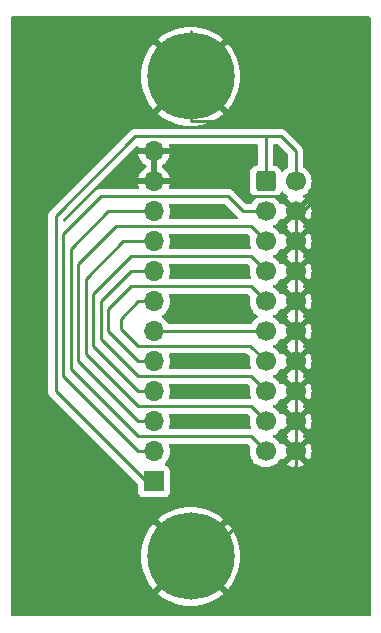
<source format=gbr>
%TF.GenerationSoftware,KiCad,Pcbnew,7.0.8*%
%TF.CreationDate,2023-10-01T20:09:57-07:00*%
%TF.ProjectId,jtag-breakout,6a746167-2d62-4726-9561-6b6f75742e6b,rev?*%
%TF.SameCoordinates,Original*%
%TF.FileFunction,Copper,L2,Bot*%
%TF.FilePolarity,Positive*%
%FSLAX46Y46*%
G04 Gerber Fmt 4.6, Leading zero omitted, Abs format (unit mm)*
G04 Created by KiCad (PCBNEW 7.0.8) date 2023-10-01 20:09:57*
%MOMM*%
%LPD*%
G01*
G04 APERTURE LIST*
G04 Aperture macros list*
%AMRoundRect*
0 Rectangle with rounded corners*
0 $1 Rounding radius*
0 $2 $3 $4 $5 $6 $7 $8 $9 X,Y pos of 4 corners*
0 Add a 4 corners polygon primitive as box body*
4,1,4,$2,$3,$4,$5,$6,$7,$8,$9,$2,$3,0*
0 Add four circle primitives for the rounded corners*
1,1,$1+$1,$2,$3*
1,1,$1+$1,$4,$5*
1,1,$1+$1,$6,$7*
1,1,$1+$1,$8,$9*
0 Add four rect primitives between the rounded corners*
20,1,$1+$1,$2,$3,$4,$5,0*
20,1,$1+$1,$4,$5,$6,$7,0*
20,1,$1+$1,$6,$7,$8,$9,0*
20,1,$1+$1,$8,$9,$2,$3,0*%
G04 Aperture macros list end*
%TA.AperFunction,ComponentPad*%
%ADD10C,1.700000*%
%TD*%
%TA.AperFunction,ComponentPad*%
%ADD11RoundRect,0.250000X-0.600000X-0.600000X0.600000X-0.600000X0.600000X0.600000X-0.600000X0.600000X0*%
%TD*%
%TA.AperFunction,ComponentPad*%
%ADD12R,1.700000X1.700000*%
%TD*%
%TA.AperFunction,ComponentPad*%
%ADD13O,1.700000X1.700000*%
%TD*%
%TA.AperFunction,ComponentPad*%
%ADD14C,7.400000*%
%TD*%
%TA.AperFunction,ViaPad*%
%ADD15C,0.800000*%
%TD*%
%TA.AperFunction,Conductor*%
%ADD16C,0.250000*%
%TD*%
G04 APERTURE END LIST*
D10*
%TO.P,J1,20,GND*%
%TO.N,GND*%
X133350000Y-96520000D03*
%TO.P,J1,19,DBGACK/NC*%
%TO.N,Net-(J1-DBGACK{slash}NC)*%
X130810000Y-96520000D03*
%TO.P,J1,18,GND*%
%TO.N,GND*%
X133350000Y-93980000D03*
%TO.P,J1,17,DBGRQ/NC*%
%TO.N,Net-(J1-DBGRQ{slash}NC)*%
X130810000Y-93980000D03*
%TO.P,J1,16,GND*%
%TO.N,GND*%
X133350000Y-91440000D03*
%TO.P,J1,15,~{SRST}*%
%TO.N,Net-(J1-~{SRST})*%
X130810000Y-91440000D03*
%TO.P,J1,14,GND*%
%TO.N,GND*%
X133350000Y-88900000D03*
%TO.P,J1,13,TDO/SWO*%
%TO.N,Net-(J1-TDO{slash}SWO)*%
X130810000Y-88900000D03*
%TO.P,J1,12,GND*%
%TO.N,GND*%
X133350000Y-86360000D03*
%TO.P,J1,11,RTCK*%
%TO.N,Net-(J1-RTCK)*%
X130810000Y-86360000D03*
%TO.P,J1,10,GND*%
%TO.N,GND*%
X133350000Y-83820000D03*
%TO.P,J1,9,TCK/SWDCLK*%
%TO.N,Net-(J1-TCK{slash}SWDCLK)*%
X130810000Y-83820000D03*
%TO.P,J1,8,GND*%
%TO.N,GND*%
X133350000Y-81280000D03*
%TO.P,J1,7,TMS/SWDIO*%
%TO.N,Net-(J1-TMS{slash}SWDIO)*%
X130810000Y-81280000D03*
%TO.P,J1,6,GND*%
%TO.N,GND*%
X133350000Y-78740000D03*
%TO.P,J1,5,TDI*%
%TO.N,Net-(J1-TDI)*%
X130810000Y-78740000D03*
%TO.P,J1,4,GND*%
%TO.N,GND*%
X133350000Y-76200000D03*
%TO.P,J1,3,~{TRST}*%
%TO.N,Net-(J1-~{TRST})*%
X130810000Y-76200000D03*
%TO.P,J1,2,VCC/NC*%
%TO.N,+3V3*%
X133350000Y-73660000D03*
D11*
%TO.P,J1,1,VTREF*%
X130810000Y-73660000D03*
%TD*%
D12*
%TO.P,J2,1,Pin_1*%
%TO.N,+3V3*%
X121375000Y-99060000D03*
D13*
%TO.P,J2,2,Pin_2*%
%TO.N,Net-(J1-~{TRST})*%
X121375000Y-96520000D03*
%TO.P,J2,3,Pin_3*%
%TO.N,Net-(J1-TDI)*%
X121375000Y-93980000D03*
%TO.P,J2,4,Pin_4*%
%TO.N,Net-(J1-TMS{slash}SWDIO)*%
X121375000Y-91440000D03*
%TO.P,J2,5,Pin_5*%
%TO.N,Net-(J1-TCK{slash}SWDCLK)*%
X121375000Y-88900000D03*
%TO.P,J2,6,Pin_6*%
%TO.N,Net-(J1-RTCK)*%
X121375000Y-86360000D03*
%TO.P,J2,7,Pin_7*%
%TO.N,Net-(J1-TDO{slash}SWO)*%
X121375000Y-83820000D03*
%TO.P,J2,8,Pin_8*%
%TO.N,Net-(J1-~{SRST})*%
X121375000Y-81280000D03*
%TO.P,J2,9,Pin_9*%
%TO.N,Net-(J1-DBGRQ{slash}NC)*%
X121375000Y-78740000D03*
%TO.P,J2,10,Pin_10*%
%TO.N,Net-(J1-DBGACK{slash}NC)*%
X121375000Y-76200000D03*
%TO.P,J2,11,Pin_11*%
%TO.N,GND*%
X121375000Y-73660000D03*
%TO.P,J2,12,Pin_12*%
X121375000Y-71120000D03*
%TD*%
D14*
%TO.P,H2,1,1*%
%TO.N,GND*%
X124460000Y-105410000D03*
%TD*%
%TO.P,H1,1,1*%
%TO.N,GND*%
X124460000Y-64770000D03*
%TD*%
D15*
%TO.N,GND*%
X132080000Y-71755000D03*
X128270000Y-93980000D03*
X128270000Y-91440000D03*
X128270000Y-88900000D03*
X123825000Y-76200000D03*
X128270000Y-78740000D03*
X128270000Y-81280000D03*
X128270000Y-84455000D03*
%TD*%
D16*
%TO.N,Net-(J1-~{TRST})*%
X130810000Y-76200000D02*
X128905000Y-76200000D01*
X116840000Y-74930000D02*
X113665000Y-78105000D01*
X128905000Y-76200000D02*
X127635000Y-74930000D01*
X127635000Y-74930000D02*
X116840000Y-74930000D01*
X113665000Y-78105000D02*
X113665000Y-90170000D01*
X113665000Y-90170000D02*
X120015000Y-96520000D01*
X120015000Y-96520000D02*
X121375000Y-96520000D01*
%TO.N,GND*%
X124460000Y-73660000D02*
X128270000Y-73660000D01*
X128270000Y-73660000D02*
X129540000Y-74930000D01*
X129540000Y-74930000D02*
X132080000Y-74930000D01*
X132080000Y-74930000D02*
X133350000Y-76200000D01*
%TO.N,Net-(J1-~{SRST})*%
X130810000Y-91440000D02*
X129540000Y-90170000D01*
X120015000Y-90170000D02*
X116840000Y-86995000D01*
X129540000Y-90170000D02*
X120015000Y-90170000D01*
X116840000Y-86995000D02*
X116840000Y-83820000D01*
X116840000Y-83820000D02*
X119380000Y-81280000D01*
X119380000Y-81280000D02*
X121375000Y-81280000D01*
%TO.N,Net-(J1-DBGRQ{slash}NC)*%
X120650000Y-78740000D02*
X118745000Y-78740000D01*
X118745000Y-78740000D02*
X115570000Y-81915000D01*
X115570000Y-81915000D02*
X115570000Y-88265000D01*
X129540000Y-92710000D02*
X130810000Y-93980000D01*
X115570000Y-88265000D02*
X120015000Y-92710000D01*
X120015000Y-92710000D02*
X129540000Y-92710000D01*
%TO.N,Net-(J1-TCK{slash}SWDCLK)*%
X121375000Y-88900000D02*
X120016396Y-88900000D01*
X117475000Y-86358604D02*
X117475000Y-84455000D01*
X119380000Y-82550000D02*
X129540000Y-82550000D01*
X117475000Y-84455000D02*
X119380000Y-82550000D01*
X120016396Y-88900000D02*
X117475000Y-86358604D01*
X129540000Y-82550000D02*
X130810000Y-83820000D01*
%TO.N,Net-(J1-TDO{slash}SWO)*%
X130810000Y-88900000D02*
X129494302Y-87584302D01*
X118560000Y-86175000D02*
X118560000Y-85275000D01*
X118560000Y-85275000D02*
X120015000Y-83820000D01*
X119969302Y-87584302D02*
X118560000Y-86175000D01*
X129494302Y-87584302D02*
X119969302Y-87584302D01*
X120015000Y-83820000D02*
X121375000Y-83820000D01*
%TO.N,+3V3*%
X121375000Y-99060000D02*
X120650000Y-99060000D01*
X119794000Y-69850000D02*
X130810000Y-69850000D01*
X120650000Y-99060000D02*
X113030000Y-91440000D01*
X113030000Y-91440000D02*
X113030000Y-76614000D01*
X113030000Y-76614000D02*
X119794000Y-69850000D01*
%TO.N,Net-(J1-DBGACK{slash}NC)*%
X121375000Y-76200000D02*
X117475000Y-76200000D01*
X120015000Y-95250000D02*
X129540000Y-95250000D01*
X129540000Y-95250000D02*
X130810000Y-96520000D01*
X117475000Y-76200000D02*
X114300000Y-79375000D01*
X114300000Y-79375000D02*
X114300000Y-89535000D01*
X114300000Y-89535000D02*
X120015000Y-95250000D01*
%TO.N,Net-(J1-TDI)*%
X130810000Y-78740000D02*
X129540000Y-77470000D01*
X129540000Y-77470000D02*
X118110000Y-77470000D01*
X114935000Y-80645000D02*
X114935000Y-88900000D01*
X114935000Y-88900000D02*
X120015000Y-93980000D01*
X118110000Y-77470000D02*
X114935000Y-80645000D01*
X120015000Y-93980000D02*
X121375000Y-93980000D01*
%TO.N,Net-(J1-TMS{slash}SWDIO)*%
X121375000Y-91440000D02*
X120015000Y-91440000D01*
X116205000Y-83185000D02*
X119380000Y-80010000D01*
X120015000Y-91440000D02*
X116205000Y-87630000D01*
X116205000Y-87630000D02*
X116205000Y-83185000D01*
X119380000Y-80010000D02*
X129540000Y-80010000D01*
X129540000Y-80010000D02*
X130810000Y-81280000D01*
%TO.N,Net-(J1-RTCK)*%
X130810000Y-86360000D02*
X121375000Y-86360000D01*
%TO.N,GND*%
X124460000Y-72390000D02*
X123190000Y-71120000D01*
X124460000Y-73660000D02*
X124460000Y-72390000D01*
X123190000Y-71120000D02*
X121375000Y-71120000D01*
X121375000Y-73660000D02*
X124460000Y-73660000D01*
X121375000Y-71120000D02*
X122324000Y-71120000D01*
%TO.N,+3V3*%
X130810000Y-69850000D02*
X132080000Y-69850000D01*
X132080000Y-69850000D02*
X133350000Y-71120000D01*
X133350000Y-71120000D02*
X133350000Y-73660000D01*
X130810000Y-69850000D02*
X130810000Y-73660000D01*
%TO.N,GND*%
X124460000Y-106680000D02*
X133350000Y-97790000D01*
X135255000Y-69215000D02*
X134620000Y-68580000D01*
X124460000Y-68580000D02*
X124460000Y-60960000D01*
X133350000Y-97790000D02*
X133350000Y-76200000D01*
X133350000Y-76200000D02*
X133985000Y-76200000D01*
X135255000Y-74930000D02*
X135255000Y-69215000D01*
X133985000Y-76200000D02*
X135255000Y-74930000D01*
X134620000Y-68580000D02*
X124460000Y-68580000D01*
%TD*%
%TA.AperFunction,Conductor*%
%TO.N,GND*%
G36*
X132890507Y-94189844D02*
G01*
X132968239Y-94310798D01*
X133076900Y-94404952D01*
X133207685Y-94464680D01*
X133217466Y-94466086D01*
X132588625Y-95094925D01*
X132665031Y-95148425D01*
X132708655Y-95203002D01*
X132715848Y-95272501D01*
X132684326Y-95334855D01*
X132665029Y-95351576D01*
X132588625Y-95405072D01*
X133217466Y-96033913D01*
X133207685Y-96035320D01*
X133076900Y-96095048D01*
X132968239Y-96189202D01*
X132890507Y-96310156D01*
X132866923Y-96390476D01*
X132235073Y-95758626D01*
X132181881Y-95834594D01*
X132127304Y-95878219D01*
X132057806Y-95885413D01*
X131995451Y-95853891D01*
X131978730Y-95834594D01*
X131848494Y-95648597D01*
X131681402Y-95481506D01*
X131681396Y-95481501D01*
X131495842Y-95351575D01*
X131452217Y-95296998D01*
X131445023Y-95227500D01*
X131476546Y-95165145D01*
X131495842Y-95148425D01*
X131572248Y-95094925D01*
X131681401Y-95018495D01*
X131848495Y-94851401D01*
X131978732Y-94665403D01*
X132033307Y-94621780D01*
X132102805Y-94614586D01*
X132165160Y-94646109D01*
X132181880Y-94665405D01*
X132235073Y-94741373D01*
X132866923Y-94109523D01*
X132890507Y-94189844D01*
G37*
%TD.AperFunction*%
%TA.AperFunction,Conductor*%
G36*
X129296587Y-93355185D02*
G01*
X129317229Y-93371819D01*
X129469762Y-93524352D01*
X129503247Y-93585675D01*
X129501856Y-93644126D01*
X129474938Y-93744586D01*
X129474936Y-93744596D01*
X129454341Y-93979999D01*
X129454341Y-93980000D01*
X129474936Y-94215403D01*
X129474938Y-94215413D01*
X129536094Y-94443655D01*
X129536099Y-94443669D01*
X129538163Y-94448094D01*
X129548656Y-94517171D01*
X129520137Y-94580955D01*
X129461661Y-94619196D01*
X129425782Y-94624500D01*
X122759218Y-94624500D01*
X122692179Y-94604815D01*
X122646424Y-94552011D01*
X122636480Y-94482853D01*
X122646837Y-94448094D01*
X122648900Y-94443669D01*
X122648903Y-94443663D01*
X122710063Y-94215408D01*
X122730659Y-93980000D01*
X122710063Y-93744592D01*
X122648903Y-93516337D01*
X122646837Y-93511906D01*
X122636344Y-93442829D01*
X122664863Y-93379045D01*
X122723339Y-93340804D01*
X122759218Y-93335500D01*
X129229548Y-93335500D01*
X129296587Y-93355185D01*
G37*
%TD.AperFunction*%
%TA.AperFunction,Conductor*%
G36*
X132890507Y-91649844D02*
G01*
X132968239Y-91770798D01*
X133076900Y-91864952D01*
X133207685Y-91924680D01*
X133217466Y-91926086D01*
X132588625Y-92554925D01*
X132665031Y-92608425D01*
X132708655Y-92663002D01*
X132715848Y-92732501D01*
X132684326Y-92794855D01*
X132665029Y-92811576D01*
X132588625Y-92865072D01*
X133217466Y-93493913D01*
X133207685Y-93495320D01*
X133076900Y-93555048D01*
X132968239Y-93649202D01*
X132890507Y-93770156D01*
X132866923Y-93850476D01*
X132235073Y-93218626D01*
X132181881Y-93294594D01*
X132127304Y-93338219D01*
X132057806Y-93345413D01*
X131995451Y-93313891D01*
X131978730Y-93294594D01*
X131848494Y-93108597D01*
X131681402Y-92941506D01*
X131681396Y-92941501D01*
X131495842Y-92811575D01*
X131452217Y-92756998D01*
X131445023Y-92687500D01*
X131476546Y-92625145D01*
X131495842Y-92608425D01*
X131572248Y-92554925D01*
X131681401Y-92478495D01*
X131848495Y-92311401D01*
X131978732Y-92125403D01*
X132033307Y-92081780D01*
X132102805Y-92074586D01*
X132165160Y-92106109D01*
X132181880Y-92125405D01*
X132235073Y-92201373D01*
X132866923Y-91569523D01*
X132890507Y-91649844D01*
G37*
%TD.AperFunction*%
%TA.AperFunction,Conductor*%
G36*
X129296587Y-90815185D02*
G01*
X129317229Y-90831819D01*
X129469762Y-90984352D01*
X129503247Y-91045675D01*
X129501856Y-91104126D01*
X129474938Y-91204586D01*
X129474936Y-91204596D01*
X129454341Y-91439999D01*
X129454341Y-91440000D01*
X129474936Y-91675403D01*
X129474938Y-91675413D01*
X129536094Y-91903655D01*
X129536099Y-91903669D01*
X129538163Y-91908094D01*
X129548656Y-91977171D01*
X129520137Y-92040955D01*
X129461661Y-92079196D01*
X129425782Y-92084500D01*
X122759218Y-92084500D01*
X122692179Y-92064815D01*
X122646424Y-92012011D01*
X122636480Y-91942853D01*
X122646837Y-91908094D01*
X122648900Y-91903669D01*
X122648903Y-91903663D01*
X122710063Y-91675408D01*
X122730659Y-91440000D01*
X122710063Y-91204592D01*
X122648903Y-90976337D01*
X122646837Y-90971906D01*
X122636344Y-90902829D01*
X122664863Y-90839045D01*
X122723339Y-90800804D01*
X122759218Y-90795500D01*
X129229548Y-90795500D01*
X129296587Y-90815185D01*
G37*
%TD.AperFunction*%
%TA.AperFunction,Conductor*%
G36*
X132890507Y-89109844D02*
G01*
X132968239Y-89230798D01*
X133076900Y-89324952D01*
X133207685Y-89384680D01*
X133217466Y-89386086D01*
X132588625Y-90014925D01*
X132665031Y-90068425D01*
X132708655Y-90123002D01*
X132715848Y-90192501D01*
X132684326Y-90254855D01*
X132665029Y-90271576D01*
X132588625Y-90325072D01*
X133217466Y-90953913D01*
X133207685Y-90955320D01*
X133076900Y-91015048D01*
X132968239Y-91109202D01*
X132890507Y-91230156D01*
X132866923Y-91310476D01*
X132235073Y-90678626D01*
X132181881Y-90754594D01*
X132127304Y-90798219D01*
X132057806Y-90805413D01*
X131995451Y-90773891D01*
X131978730Y-90754594D01*
X131848494Y-90568597D01*
X131681402Y-90401506D01*
X131681396Y-90401501D01*
X131495842Y-90271575D01*
X131452217Y-90216998D01*
X131445023Y-90147500D01*
X131476546Y-90085145D01*
X131495842Y-90068425D01*
X131572248Y-90014925D01*
X131681401Y-89938495D01*
X131848495Y-89771401D01*
X131978732Y-89585403D01*
X132033307Y-89541780D01*
X132102805Y-89534586D01*
X132165160Y-89566109D01*
X132181880Y-89585405D01*
X132235073Y-89661373D01*
X132866923Y-89029523D01*
X132890507Y-89109844D01*
G37*
%TD.AperFunction*%
%TA.AperFunction,Conductor*%
G36*
X129250889Y-88229487D02*
G01*
X129271531Y-88246121D01*
X129469762Y-88444352D01*
X129503247Y-88505675D01*
X129501856Y-88564126D01*
X129474938Y-88664586D01*
X129474936Y-88664596D01*
X129454341Y-88899999D01*
X129454341Y-88900000D01*
X129474936Y-89135403D01*
X129474938Y-89135413D01*
X129536094Y-89363655D01*
X129536099Y-89363669D01*
X129538163Y-89368094D01*
X129548656Y-89437171D01*
X129520137Y-89500955D01*
X129461661Y-89539196D01*
X129425782Y-89544500D01*
X122759218Y-89544500D01*
X122692179Y-89524815D01*
X122646424Y-89472011D01*
X122636480Y-89402853D01*
X122646837Y-89368094D01*
X122648900Y-89363669D01*
X122648903Y-89363663D01*
X122710063Y-89135408D01*
X122730659Y-88900000D01*
X122710063Y-88664592D01*
X122648903Y-88436337D01*
X122631959Y-88400000D01*
X122625527Y-88386206D01*
X122615035Y-88317129D01*
X122643555Y-88253345D01*
X122702032Y-88215106D01*
X122737909Y-88209802D01*
X129183850Y-88209802D01*
X129250889Y-88229487D01*
G37*
%TD.AperFunction*%
%TA.AperFunction,Conductor*%
G36*
X132890507Y-86569844D02*
G01*
X132968239Y-86690798D01*
X133076900Y-86784952D01*
X133207685Y-86844680D01*
X133217466Y-86846086D01*
X132588625Y-87474925D01*
X132665031Y-87528425D01*
X132708655Y-87583002D01*
X132715848Y-87652501D01*
X132684326Y-87714855D01*
X132665029Y-87731576D01*
X132588625Y-87785072D01*
X133217466Y-88413913D01*
X133207685Y-88415320D01*
X133076900Y-88475048D01*
X132968239Y-88569202D01*
X132890507Y-88690156D01*
X132866923Y-88770476D01*
X132235073Y-88138626D01*
X132181881Y-88214594D01*
X132127304Y-88258219D01*
X132057806Y-88265413D01*
X131995451Y-88233891D01*
X131978730Y-88214594D01*
X131848494Y-88028597D01*
X131681402Y-87861506D01*
X131681396Y-87861501D01*
X131495842Y-87731575D01*
X131452217Y-87676998D01*
X131445023Y-87607500D01*
X131476546Y-87545145D01*
X131495842Y-87528425D01*
X131572248Y-87474925D01*
X131681401Y-87398495D01*
X131848495Y-87231401D01*
X131978732Y-87045403D01*
X132033307Y-87001780D01*
X132102805Y-86994586D01*
X132165160Y-87026109D01*
X132181880Y-87045405D01*
X132235073Y-87121373D01*
X132866923Y-86489523D01*
X132890507Y-86569844D01*
G37*
%TD.AperFunction*%
%TA.AperFunction,Conductor*%
G36*
X132890507Y-84029844D02*
G01*
X132968239Y-84150798D01*
X133076900Y-84244952D01*
X133207685Y-84304680D01*
X133217466Y-84306086D01*
X132588625Y-84934925D01*
X132665031Y-84988425D01*
X132708655Y-85043002D01*
X132715848Y-85112501D01*
X132684326Y-85174855D01*
X132665029Y-85191576D01*
X132588625Y-85245072D01*
X133217466Y-85873913D01*
X133207685Y-85875320D01*
X133076900Y-85935048D01*
X132968239Y-86029202D01*
X132890507Y-86150156D01*
X132866923Y-86230476D01*
X132235073Y-85598626D01*
X132181881Y-85674594D01*
X132127304Y-85718219D01*
X132057806Y-85725413D01*
X131995451Y-85693891D01*
X131978730Y-85674594D01*
X131848494Y-85488597D01*
X131681402Y-85321506D01*
X131681396Y-85321501D01*
X131495842Y-85191575D01*
X131452217Y-85136998D01*
X131445023Y-85067500D01*
X131476546Y-85005145D01*
X131495842Y-84988425D01*
X131572248Y-84934925D01*
X131681401Y-84858495D01*
X131848495Y-84691401D01*
X131978732Y-84505403D01*
X132033307Y-84461780D01*
X132102805Y-84454586D01*
X132165160Y-84486109D01*
X132181880Y-84505405D01*
X132235073Y-84581373D01*
X132866923Y-83949523D01*
X132890507Y-84029844D01*
G37*
%TD.AperFunction*%
%TA.AperFunction,Conductor*%
G36*
X129296587Y-83195185D02*
G01*
X129317229Y-83211819D01*
X129469762Y-83364352D01*
X129503247Y-83425675D01*
X129501856Y-83484126D01*
X129474938Y-83584586D01*
X129474936Y-83584596D01*
X129454341Y-83819999D01*
X129454341Y-83820000D01*
X129474936Y-84055403D01*
X129474938Y-84055413D01*
X129536094Y-84283655D01*
X129536096Y-84283659D01*
X129536097Y-84283663D01*
X129615800Y-84454586D01*
X129635965Y-84497830D01*
X129635967Y-84497834D01*
X129729290Y-84631112D01*
X129771501Y-84691396D01*
X129771506Y-84691402D01*
X129938597Y-84858493D01*
X129938603Y-84858498D01*
X130124158Y-84988425D01*
X130167783Y-85043002D01*
X130174977Y-85112500D01*
X130143454Y-85174855D01*
X130124158Y-85191575D01*
X129938597Y-85321505D01*
X129771505Y-85488597D01*
X129636348Y-85681623D01*
X129581771Y-85725248D01*
X129534773Y-85734500D01*
X122650227Y-85734500D01*
X122583188Y-85714815D01*
X122548652Y-85681623D01*
X122413494Y-85488597D01*
X122246402Y-85321506D01*
X122246396Y-85321501D01*
X122060842Y-85191575D01*
X122017217Y-85136998D01*
X122010023Y-85067500D01*
X122041546Y-85005145D01*
X122060842Y-84988425D01*
X122137248Y-84934925D01*
X122246401Y-84858495D01*
X122413495Y-84691401D01*
X122549035Y-84497830D01*
X122648903Y-84283663D01*
X122710063Y-84055408D01*
X122730659Y-83820000D01*
X122710063Y-83584592D01*
X122648903Y-83356337D01*
X122646837Y-83351906D01*
X122636344Y-83282829D01*
X122664863Y-83219045D01*
X122723339Y-83180804D01*
X122759218Y-83175500D01*
X129229548Y-83175500D01*
X129296587Y-83195185D01*
G37*
%TD.AperFunction*%
%TA.AperFunction,Conductor*%
G36*
X132890507Y-81489844D02*
G01*
X132968239Y-81610798D01*
X133076900Y-81704952D01*
X133207685Y-81764680D01*
X133217466Y-81766086D01*
X132588625Y-82394925D01*
X132665031Y-82448425D01*
X132708655Y-82503002D01*
X132715848Y-82572501D01*
X132684326Y-82634855D01*
X132665029Y-82651576D01*
X132588625Y-82705072D01*
X133217466Y-83333913D01*
X133207685Y-83335320D01*
X133076900Y-83395048D01*
X132968239Y-83489202D01*
X132890507Y-83610156D01*
X132866923Y-83690476D01*
X132235073Y-83058626D01*
X132181881Y-83134594D01*
X132127304Y-83178219D01*
X132057806Y-83185413D01*
X131995451Y-83153891D01*
X131978730Y-83134594D01*
X131848494Y-82948597D01*
X131681402Y-82781506D01*
X131681396Y-82781501D01*
X131495842Y-82651575D01*
X131452217Y-82596998D01*
X131445023Y-82527500D01*
X131476546Y-82465145D01*
X131495842Y-82448425D01*
X131572248Y-82394925D01*
X131681401Y-82318495D01*
X131848495Y-82151401D01*
X131978732Y-81965403D01*
X132033307Y-81921780D01*
X132102805Y-81914586D01*
X132165160Y-81946109D01*
X132181880Y-81965405D01*
X132235073Y-82041373D01*
X132866923Y-81409523D01*
X132890507Y-81489844D01*
G37*
%TD.AperFunction*%
%TA.AperFunction,Conductor*%
G36*
X129296587Y-80655185D02*
G01*
X129317229Y-80671819D01*
X129469762Y-80824352D01*
X129503247Y-80885675D01*
X129501856Y-80944126D01*
X129474938Y-81044586D01*
X129474936Y-81044596D01*
X129454341Y-81279999D01*
X129454341Y-81280000D01*
X129474936Y-81515403D01*
X129474938Y-81515413D01*
X129536094Y-81743655D01*
X129536099Y-81743669D01*
X129538163Y-81748094D01*
X129548656Y-81817171D01*
X129520137Y-81880955D01*
X129461661Y-81919196D01*
X129425782Y-81924500D01*
X122759218Y-81924500D01*
X122692179Y-81904815D01*
X122646424Y-81852011D01*
X122636480Y-81782853D01*
X122646837Y-81748094D01*
X122648900Y-81743669D01*
X122648903Y-81743663D01*
X122710063Y-81515408D01*
X122730659Y-81280000D01*
X122710063Y-81044592D01*
X122648903Y-80816337D01*
X122646837Y-80811906D01*
X122636344Y-80742829D01*
X122664863Y-80679045D01*
X122723339Y-80640804D01*
X122759218Y-80635500D01*
X129229548Y-80635500D01*
X129296587Y-80655185D01*
G37*
%TD.AperFunction*%
%TA.AperFunction,Conductor*%
G36*
X132890507Y-78949844D02*
G01*
X132968239Y-79070798D01*
X133076900Y-79164952D01*
X133207685Y-79224680D01*
X133217466Y-79226086D01*
X132588625Y-79854925D01*
X132665031Y-79908425D01*
X132708655Y-79963002D01*
X132715848Y-80032501D01*
X132684326Y-80094855D01*
X132665029Y-80111576D01*
X132588625Y-80165072D01*
X133217466Y-80793913D01*
X133207685Y-80795320D01*
X133076900Y-80855048D01*
X132968239Y-80949202D01*
X132890507Y-81070156D01*
X132866923Y-81150476D01*
X132235073Y-80518626D01*
X132181881Y-80594594D01*
X132127304Y-80638219D01*
X132057806Y-80645413D01*
X131995451Y-80613891D01*
X131978730Y-80594594D01*
X131848494Y-80408597D01*
X131681402Y-80241506D01*
X131681396Y-80241501D01*
X131495842Y-80111575D01*
X131452217Y-80056998D01*
X131445023Y-79987500D01*
X131476546Y-79925145D01*
X131495842Y-79908425D01*
X131572248Y-79854925D01*
X131681401Y-79778495D01*
X131848495Y-79611401D01*
X131978732Y-79425403D01*
X132033307Y-79381780D01*
X132102805Y-79374586D01*
X132165160Y-79406109D01*
X132181880Y-79425405D01*
X132235073Y-79501373D01*
X132866923Y-78869523D01*
X132890507Y-78949844D01*
G37*
%TD.AperFunction*%
%TA.AperFunction,Conductor*%
G36*
X129296587Y-78115185D02*
G01*
X129317229Y-78131819D01*
X129469762Y-78284352D01*
X129503247Y-78345675D01*
X129501856Y-78404126D01*
X129474938Y-78504586D01*
X129474936Y-78504596D01*
X129454341Y-78739999D01*
X129454341Y-78740000D01*
X129474936Y-78975403D01*
X129474938Y-78975413D01*
X129536094Y-79203655D01*
X129536099Y-79203669D01*
X129538163Y-79208094D01*
X129548656Y-79277171D01*
X129520137Y-79340955D01*
X129461661Y-79379196D01*
X129425782Y-79384500D01*
X122759218Y-79384500D01*
X122692179Y-79364815D01*
X122646424Y-79312011D01*
X122636480Y-79242853D01*
X122646837Y-79208094D01*
X122648900Y-79203669D01*
X122648903Y-79203663D01*
X122710063Y-78975408D01*
X122730659Y-78740000D01*
X122710063Y-78504592D01*
X122648903Y-78276337D01*
X122646837Y-78271906D01*
X122636344Y-78202829D01*
X122664863Y-78139045D01*
X122723339Y-78100804D01*
X122759218Y-78095500D01*
X129229548Y-78095500D01*
X129296587Y-78115185D01*
G37*
%TD.AperFunction*%
%TA.AperFunction,Conductor*%
G36*
X132890507Y-76409844D02*
G01*
X132968239Y-76530798D01*
X133076900Y-76624952D01*
X133207685Y-76684680D01*
X133217466Y-76686086D01*
X132588625Y-77314925D01*
X132665031Y-77368425D01*
X132708655Y-77423002D01*
X132715848Y-77492501D01*
X132684326Y-77554855D01*
X132665029Y-77571576D01*
X132588625Y-77625072D01*
X133217466Y-78253913D01*
X133207685Y-78255320D01*
X133076900Y-78315048D01*
X132968239Y-78409202D01*
X132890507Y-78530156D01*
X132866923Y-78610476D01*
X132235073Y-77978626D01*
X132181881Y-78054594D01*
X132127304Y-78098219D01*
X132057806Y-78105413D01*
X131995451Y-78073891D01*
X131978730Y-78054594D01*
X131848494Y-77868597D01*
X131681402Y-77701506D01*
X131681396Y-77701501D01*
X131495842Y-77571575D01*
X131452217Y-77516998D01*
X131445023Y-77447500D01*
X131476546Y-77385145D01*
X131495842Y-77368425D01*
X131572248Y-77314925D01*
X131681401Y-77238495D01*
X131848495Y-77071401D01*
X131978732Y-76885403D01*
X132033307Y-76841780D01*
X132102805Y-76834586D01*
X132165160Y-76866109D01*
X132181880Y-76885405D01*
X132235073Y-76961373D01*
X132866923Y-76329523D01*
X132890507Y-76409844D01*
G37*
%TD.AperFunction*%
%TA.AperFunction,Conductor*%
G36*
X119989351Y-70641752D02*
G01*
X120045284Y-70683624D01*
X120069701Y-70749088D01*
X120065792Y-70790027D01*
X120044363Y-70869999D01*
X120044364Y-70870000D01*
X120941314Y-70870000D01*
X120915507Y-70910156D01*
X120875000Y-71048111D01*
X120875000Y-71191889D01*
X120915507Y-71329844D01*
X120941314Y-71370000D01*
X120044364Y-71370000D01*
X120101567Y-71583486D01*
X120101570Y-71583492D01*
X120201399Y-71797578D01*
X120336894Y-71991082D01*
X120503917Y-72158105D01*
X120690031Y-72288425D01*
X120733656Y-72343003D01*
X120740848Y-72412501D01*
X120709326Y-72474856D01*
X120690031Y-72491575D01*
X120503922Y-72621890D01*
X120503920Y-72621891D01*
X120336891Y-72788920D01*
X120336886Y-72788926D01*
X120201400Y-72982420D01*
X120201399Y-72982422D01*
X120101570Y-73196507D01*
X120101567Y-73196513D01*
X120044364Y-73409999D01*
X120044364Y-73410000D01*
X120941314Y-73410000D01*
X120915507Y-73450156D01*
X120875000Y-73588111D01*
X120875000Y-73731889D01*
X120915507Y-73869844D01*
X120941314Y-73910000D01*
X120044364Y-73910000D01*
X120101567Y-74123486D01*
X120101571Y-74123497D01*
X120103716Y-74128096D01*
X120114208Y-74197173D01*
X120085688Y-74260957D01*
X120027211Y-74299196D01*
X119991334Y-74304500D01*
X116922738Y-74304500D01*
X116907121Y-74302776D01*
X116907094Y-74303062D01*
X116899332Y-74302327D01*
X116830204Y-74304500D01*
X116800650Y-74304500D01*
X116799929Y-74304590D01*
X116793757Y-74305369D01*
X116787945Y-74305826D01*
X116741373Y-74307290D01*
X116741372Y-74307290D01*
X116722129Y-74312881D01*
X116703079Y-74316825D01*
X116683211Y-74319334D01*
X116639884Y-74336488D01*
X116634358Y-74338379D01*
X116589614Y-74351379D01*
X116589610Y-74351381D01*
X116572366Y-74361579D01*
X116554905Y-74370133D01*
X116536274Y-74377510D01*
X116536262Y-74377517D01*
X116498570Y-74404902D01*
X116493687Y-74408109D01*
X116453580Y-74431829D01*
X116439414Y-74445995D01*
X116424622Y-74458629D01*
X116408409Y-74470408D01*
X116378711Y-74506308D01*
X116374778Y-74510631D01*
X113867181Y-77018228D01*
X113805858Y-77051713D01*
X113736166Y-77046729D01*
X113680233Y-77004857D01*
X113655816Y-76939393D01*
X113655500Y-76930547D01*
X113655500Y-76924452D01*
X113675185Y-76857413D01*
X113691819Y-76836771D01*
X114956262Y-75572328D01*
X116226542Y-74302047D01*
X116230903Y-74299666D01*
X116231244Y-74298791D01*
X116241752Y-74286837D01*
X119858338Y-70670251D01*
X119919659Y-70636768D01*
X119989351Y-70641752D01*
G37*
%TD.AperFunction*%
%TA.AperFunction,Conductor*%
G36*
X127391587Y-75575185D02*
G01*
X127412229Y-75591819D01*
X128404197Y-76583788D01*
X128414022Y-76596051D01*
X128414243Y-76595869D01*
X128419210Y-76601874D01*
X128449276Y-76630107D01*
X128484671Y-76690348D01*
X128481879Y-76760162D01*
X128441786Y-76817383D01*
X128377121Y-76843845D01*
X128364393Y-76844500D01*
X122759218Y-76844500D01*
X122692179Y-76824815D01*
X122646424Y-76772011D01*
X122636480Y-76702853D01*
X122646837Y-76668094D01*
X122648900Y-76663669D01*
X122648903Y-76663663D01*
X122710063Y-76435408D01*
X122730659Y-76200000D01*
X122710063Y-75964592D01*
X122648903Y-75736337D01*
X122646837Y-75731906D01*
X122636344Y-75662829D01*
X122664863Y-75599045D01*
X122723339Y-75560804D01*
X122759218Y-75555500D01*
X127324548Y-75555500D01*
X127391587Y-75575185D01*
G37*
%TD.AperFunction*%
%TA.AperFunction,Conductor*%
G36*
X132270720Y-74498779D02*
G01*
X132307483Y-74527766D01*
X132307677Y-74527573D01*
X132309313Y-74529209D01*
X132310354Y-74530030D01*
X132311501Y-74531397D01*
X132311505Y-74531401D01*
X132478599Y-74698495D01*
X132664594Y-74828730D01*
X132708218Y-74883307D01*
X132715411Y-74952806D01*
X132683889Y-75015160D01*
X132664593Y-75031880D01*
X132588626Y-75085072D01*
X132588625Y-75085072D01*
X133217466Y-75713913D01*
X133207685Y-75715320D01*
X133076900Y-75775048D01*
X132968239Y-75869202D01*
X132890507Y-75990156D01*
X132866923Y-76070476D01*
X132235073Y-75438626D01*
X132181881Y-75514594D01*
X132127304Y-75558219D01*
X132057806Y-75565413D01*
X131995451Y-75533891D01*
X131978730Y-75514594D01*
X131848494Y-75328597D01*
X131681398Y-75161501D01*
X131680030Y-75160354D01*
X131679592Y-75159696D01*
X131677573Y-75157677D01*
X131677978Y-75157271D01*
X131641330Y-75102182D01*
X131640224Y-75032321D01*
X131677063Y-74972952D01*
X131720737Y-74947662D01*
X131729334Y-74944814D01*
X131878656Y-74852712D01*
X132002712Y-74728656D01*
X132094814Y-74579334D01*
X132097662Y-74570738D01*
X132137429Y-74513294D01*
X132201944Y-74486468D01*
X132270720Y-74498779D01*
G37*
%TD.AperFunction*%
%TA.AperFunction,Conductor*%
G36*
X130127539Y-70495185D02*
G01*
X130173294Y-70547989D01*
X130184500Y-70599500D01*
X130184500Y-72195018D01*
X130164815Y-72262057D01*
X130112011Y-72307812D01*
X130073107Y-72318376D01*
X130057200Y-72320001D01*
X129890668Y-72375185D01*
X129890663Y-72375187D01*
X129741342Y-72467289D01*
X129617289Y-72591342D01*
X129525187Y-72740663D01*
X129525185Y-72740668D01*
X129508701Y-72790414D01*
X129470001Y-72907203D01*
X129470001Y-72907204D01*
X129470000Y-72907204D01*
X129459500Y-73009983D01*
X129459500Y-74310001D01*
X129459501Y-74310018D01*
X129470000Y-74412796D01*
X129470001Y-74412799D01*
X129509303Y-74531402D01*
X129525186Y-74579334D01*
X129617288Y-74728656D01*
X129741344Y-74852712D01*
X129890666Y-74944814D01*
X129899264Y-74947663D01*
X129956707Y-74987433D01*
X129983531Y-75051948D01*
X129971217Y-75120724D01*
X129942234Y-75157483D01*
X129942427Y-75157676D01*
X129940798Y-75159304D01*
X129939975Y-75160349D01*
X129938599Y-75161503D01*
X129771505Y-75328597D01*
X129636348Y-75521623D01*
X129581771Y-75565248D01*
X129534773Y-75574500D01*
X129215453Y-75574500D01*
X129148414Y-75554815D01*
X129127772Y-75538181D01*
X128135803Y-74546212D01*
X128125980Y-74533950D01*
X128125759Y-74534134D01*
X128120786Y-74528123D01*
X128102159Y-74510631D01*
X128070364Y-74480773D01*
X128059919Y-74470328D01*
X128049475Y-74459883D01*
X128043986Y-74455625D01*
X128039561Y-74451847D01*
X128005582Y-74419938D01*
X128005580Y-74419936D01*
X128005577Y-74419935D01*
X127988029Y-74410288D01*
X127971763Y-74399604D01*
X127955933Y-74387325D01*
X127913168Y-74368818D01*
X127907922Y-74366248D01*
X127867093Y-74343803D01*
X127867092Y-74343802D01*
X127847693Y-74338822D01*
X127829281Y-74332518D01*
X127810898Y-74324562D01*
X127810892Y-74324560D01*
X127764874Y-74317272D01*
X127759152Y-74316087D01*
X127714021Y-74304500D01*
X127714019Y-74304500D01*
X127693984Y-74304500D01*
X127674586Y-74302973D01*
X127667162Y-74301797D01*
X127654805Y-74299840D01*
X127654804Y-74299840D01*
X127608416Y-74304225D01*
X127602578Y-74304500D01*
X122758666Y-74304500D01*
X122691627Y-74284815D01*
X122645872Y-74232011D01*
X122635928Y-74162853D01*
X122646284Y-74128096D01*
X122648428Y-74123497D01*
X122648432Y-74123486D01*
X122705636Y-73910000D01*
X121808686Y-73910000D01*
X121834493Y-73869844D01*
X121875000Y-73731889D01*
X121875000Y-73588111D01*
X121834493Y-73450156D01*
X121808686Y-73410000D01*
X122705636Y-73410000D01*
X122705635Y-73409999D01*
X122648432Y-73196513D01*
X122648429Y-73196507D01*
X122548600Y-72982422D01*
X122548599Y-72982420D01*
X122413113Y-72788926D01*
X122413108Y-72788920D01*
X122246082Y-72621894D01*
X122059968Y-72491575D01*
X122016344Y-72436998D01*
X122009151Y-72367499D01*
X122040673Y-72305145D01*
X122059968Y-72288425D01*
X122246082Y-72158105D01*
X122413105Y-71991082D01*
X122548600Y-71797578D01*
X122648429Y-71583492D01*
X122648432Y-71583486D01*
X122705636Y-71370000D01*
X121808686Y-71370000D01*
X121834493Y-71329844D01*
X121875000Y-71191889D01*
X121875000Y-71048111D01*
X121834493Y-70910156D01*
X121808686Y-70870000D01*
X122705636Y-70870000D01*
X122705635Y-70869999D01*
X122648432Y-70656513D01*
X122648428Y-70656502D01*
X122646284Y-70651904D01*
X122635792Y-70582827D01*
X122664312Y-70519043D01*
X122722789Y-70480804D01*
X122758666Y-70475500D01*
X130060500Y-70475500D01*
X130127539Y-70495185D01*
G37*
%TD.AperFunction*%
%TA.AperFunction,Conductor*%
G36*
X121625000Y-73224498D02*
G01*
X121517315Y-73175320D01*
X121410763Y-73160000D01*
X121339237Y-73160000D01*
X121232685Y-73175320D01*
X121125000Y-73224498D01*
X121125000Y-71555501D01*
X121232685Y-71604680D01*
X121339237Y-71620000D01*
X121410763Y-71620000D01*
X121517315Y-71604680D01*
X121625000Y-71555501D01*
X121625000Y-73224498D01*
G37*
%TD.AperFunction*%
%TA.AperFunction,Conductor*%
G36*
X131836587Y-70495185D02*
G01*
X131857229Y-70511819D01*
X132688181Y-71342771D01*
X132721666Y-71404094D01*
X132724500Y-71430452D01*
X132724500Y-72384773D01*
X132704815Y-72451812D01*
X132671623Y-72486348D01*
X132478597Y-72621505D01*
X132311503Y-72788599D01*
X132310349Y-72789975D01*
X132309688Y-72790414D01*
X132307676Y-72792427D01*
X132307271Y-72792022D01*
X132252173Y-72828671D01*
X132182312Y-72829772D01*
X132122946Y-72792928D01*
X132097663Y-72749265D01*
X132094814Y-72740666D01*
X132002712Y-72591344D01*
X131878656Y-72467288D01*
X131744877Y-72384773D01*
X131729336Y-72375187D01*
X131729331Y-72375185D01*
X131706136Y-72367499D01*
X131562797Y-72320001D01*
X131558965Y-72319609D01*
X131546894Y-72318376D01*
X131482203Y-72291978D01*
X131442053Y-72234796D01*
X131435500Y-72195018D01*
X131435500Y-70599500D01*
X131455185Y-70532461D01*
X131507989Y-70486706D01*
X131559500Y-70475500D01*
X131769548Y-70475500D01*
X131836587Y-70495185D01*
G37*
%TD.AperFunction*%
%TA.AperFunction,Conductor*%
G36*
X139642539Y-59710185D02*
G01*
X139688294Y-59762989D01*
X139699500Y-59814500D01*
X139699500Y-110365500D01*
X139679815Y-110432539D01*
X139627011Y-110478294D01*
X139575500Y-110489500D01*
X109344500Y-110489500D01*
X109277461Y-110469815D01*
X109231706Y-110417011D01*
X109220500Y-110365500D01*
X109220500Y-105410000D01*
X120254935Y-105410000D01*
X120275185Y-105822176D01*
X120335735Y-106230373D01*
X120436007Y-106630676D01*
X120575019Y-107019189D01*
X120575027Y-107019209D01*
X120751466Y-107392257D01*
X120963614Y-107746206D01*
X121209441Y-108077664D01*
X121318478Y-108197967D01*
X122985790Y-106530655D01*
X123124616Y-106697472D01*
X123326305Y-106878185D01*
X123337777Y-106885774D01*
X121672031Y-108551520D01*
X121792335Y-108660558D01*
X122123793Y-108906385D01*
X122477742Y-109118533D01*
X122850790Y-109294972D01*
X122850810Y-109294980D01*
X123239323Y-109433992D01*
X123639626Y-109534264D01*
X124047823Y-109594814D01*
X124460000Y-109615064D01*
X124872176Y-109594814D01*
X125280373Y-109534264D01*
X125680676Y-109433992D01*
X126069189Y-109294980D01*
X126069209Y-109294972D01*
X126442257Y-109118533D01*
X126796206Y-108906385D01*
X127127670Y-108660554D01*
X127247967Y-108551521D01*
X127247967Y-108551519D01*
X125579410Y-106882963D01*
X125697842Y-106791514D01*
X125885800Y-106596560D01*
X125933474Y-106529922D01*
X127601519Y-108197967D01*
X127601521Y-108197967D01*
X127710554Y-108077670D01*
X127956385Y-107746206D01*
X128168533Y-107392257D01*
X128344972Y-107019209D01*
X128344980Y-107019189D01*
X128483992Y-106630676D01*
X128584264Y-106230373D01*
X128644814Y-105822176D01*
X128665064Y-105410000D01*
X128644814Y-104997823D01*
X128584264Y-104589626D01*
X128483992Y-104189323D01*
X128344980Y-103800810D01*
X128344972Y-103800790D01*
X128168533Y-103427742D01*
X127956385Y-103073793D01*
X127710558Y-102742335D01*
X127601520Y-102622031D01*
X125934208Y-104289343D01*
X125795384Y-104122528D01*
X125593695Y-103941815D01*
X125582221Y-103934223D01*
X127247967Y-102268478D01*
X127127664Y-102159441D01*
X126796206Y-101913614D01*
X126442257Y-101701466D01*
X126069209Y-101525027D01*
X126069189Y-101525019D01*
X125680676Y-101386007D01*
X125280373Y-101285735D01*
X124872176Y-101225185D01*
X124460000Y-101204935D01*
X124047823Y-101225185D01*
X123639626Y-101285735D01*
X123239323Y-101386007D01*
X122850810Y-101525019D01*
X122850790Y-101525027D01*
X122477742Y-101701466D01*
X122123793Y-101913614D01*
X121792329Y-102159445D01*
X121672031Y-102268477D01*
X121672031Y-102268478D01*
X123340589Y-103937036D01*
X123222158Y-104028486D01*
X123034200Y-104223440D01*
X122986524Y-104290077D01*
X121318478Y-102622031D01*
X121318477Y-102622031D01*
X121209445Y-102742329D01*
X120963614Y-103073793D01*
X120751466Y-103427742D01*
X120575027Y-103800790D01*
X120575019Y-103800810D01*
X120436007Y-104189323D01*
X120335735Y-104589626D01*
X120275185Y-104997823D01*
X120254935Y-105410000D01*
X109220500Y-105410000D01*
X109220500Y-76594195D01*
X112399840Y-76594195D01*
X112404225Y-76640583D01*
X112404500Y-76646421D01*
X112404500Y-91357255D01*
X112402775Y-91372872D01*
X112403061Y-91372899D01*
X112402326Y-91380665D01*
X112404500Y-91449814D01*
X112404500Y-91479343D01*
X112404501Y-91479360D01*
X112405368Y-91486231D01*
X112405826Y-91492050D01*
X112407290Y-91538624D01*
X112407291Y-91538627D01*
X112412880Y-91557867D01*
X112416824Y-91576911D01*
X112419336Y-91596791D01*
X112436490Y-91640119D01*
X112438382Y-91645647D01*
X112451381Y-91690388D01*
X112461580Y-91707634D01*
X112470136Y-91725100D01*
X112477514Y-91743732D01*
X112497178Y-91770798D01*
X112504898Y-91781423D01*
X112508106Y-91786307D01*
X112531827Y-91826416D01*
X112531833Y-91826424D01*
X112545990Y-91840580D01*
X112558628Y-91855376D01*
X112570405Y-91871586D01*
X112570406Y-91871587D01*
X112606309Y-91901288D01*
X112610620Y-91905210D01*
X118218734Y-97513325D01*
X119988181Y-99282772D01*
X120021666Y-99344095D01*
X120024500Y-99370453D01*
X120024500Y-99957870D01*
X120024501Y-99957876D01*
X120030908Y-100017483D01*
X120081202Y-100152328D01*
X120081206Y-100152335D01*
X120167452Y-100267544D01*
X120167455Y-100267547D01*
X120282664Y-100353793D01*
X120282671Y-100353797D01*
X120417517Y-100404091D01*
X120417516Y-100404091D01*
X120424444Y-100404835D01*
X120477127Y-100410500D01*
X122272872Y-100410499D01*
X122332483Y-100404091D01*
X122467331Y-100353796D01*
X122582546Y-100267546D01*
X122668796Y-100152331D01*
X122719091Y-100017483D01*
X122725500Y-99957873D01*
X122725499Y-98162128D01*
X122719091Y-98102517D01*
X122668796Y-97967669D01*
X122668795Y-97967668D01*
X122668793Y-97967664D01*
X122582547Y-97852455D01*
X122582544Y-97852452D01*
X122467335Y-97766206D01*
X122467328Y-97766202D01*
X122335917Y-97717189D01*
X122279983Y-97675318D01*
X122255566Y-97609853D01*
X122270418Y-97541580D01*
X122291563Y-97513332D01*
X122413495Y-97391401D01*
X122549035Y-97197830D01*
X122648903Y-96983663D01*
X122710063Y-96755408D01*
X122730659Y-96520000D01*
X122710063Y-96284592D01*
X122648903Y-96056337D01*
X122646837Y-96051906D01*
X122636344Y-95982829D01*
X122664863Y-95919045D01*
X122723339Y-95880804D01*
X122759218Y-95875500D01*
X129229548Y-95875500D01*
X129296587Y-95895185D01*
X129317229Y-95911819D01*
X129469762Y-96064352D01*
X129503247Y-96125675D01*
X129501856Y-96184126D01*
X129474938Y-96284586D01*
X129474936Y-96284596D01*
X129454341Y-96519999D01*
X129454341Y-96520000D01*
X129474936Y-96755403D01*
X129474938Y-96755413D01*
X129536094Y-96983655D01*
X129536096Y-96983659D01*
X129536097Y-96983663D01*
X129611431Y-97145216D01*
X129635965Y-97197830D01*
X129635967Y-97197834D01*
X129744281Y-97352521D01*
X129771505Y-97391401D01*
X129938599Y-97558495D01*
X130011946Y-97609853D01*
X130132165Y-97694032D01*
X130132167Y-97694033D01*
X130132170Y-97694035D01*
X130346337Y-97793903D01*
X130574592Y-97855063D01*
X130762918Y-97871539D01*
X130809999Y-97875659D01*
X130810000Y-97875659D01*
X130810001Y-97875659D01*
X130849234Y-97872226D01*
X131045408Y-97855063D01*
X131273663Y-97793903D01*
X131487830Y-97694035D01*
X131681401Y-97558495D01*
X131848495Y-97391401D01*
X131978732Y-97205403D01*
X132033307Y-97161780D01*
X132102805Y-97154586D01*
X132165160Y-97186109D01*
X132181880Y-97205405D01*
X132235073Y-97281373D01*
X132866923Y-96649523D01*
X132890507Y-96729844D01*
X132968239Y-96850798D01*
X133076900Y-96944952D01*
X133207685Y-97004680D01*
X133217466Y-97006086D01*
X132588625Y-97634925D01*
X132672421Y-97693599D01*
X132886507Y-97793429D01*
X132886516Y-97793433D01*
X133114673Y-97854567D01*
X133114684Y-97854569D01*
X133349998Y-97875157D01*
X133350002Y-97875157D01*
X133585315Y-97854569D01*
X133585326Y-97854567D01*
X133813483Y-97793433D01*
X133813492Y-97793429D01*
X134027578Y-97693600D01*
X134027582Y-97693598D01*
X134111373Y-97634926D01*
X134111373Y-97634925D01*
X133482533Y-97006086D01*
X133492315Y-97004680D01*
X133623100Y-96944952D01*
X133731761Y-96850798D01*
X133809493Y-96729844D01*
X133833076Y-96649524D01*
X134464925Y-97281373D01*
X134464926Y-97281373D01*
X134523598Y-97197582D01*
X134523600Y-97197578D01*
X134623429Y-96983492D01*
X134623433Y-96983483D01*
X134684567Y-96755326D01*
X134684569Y-96755315D01*
X134705157Y-96520001D01*
X134705157Y-96519998D01*
X134684569Y-96284684D01*
X134684567Y-96284673D01*
X134623433Y-96056516D01*
X134623429Y-96056507D01*
X134523600Y-95842423D01*
X134523599Y-95842421D01*
X134464925Y-95758626D01*
X134464925Y-95758625D01*
X133833076Y-96390475D01*
X133809493Y-96310156D01*
X133731761Y-96189202D01*
X133623100Y-96095048D01*
X133492315Y-96035320D01*
X133482533Y-96033913D01*
X134111373Y-95405073D01*
X134034969Y-95351576D01*
X133991344Y-95296999D01*
X133984150Y-95227501D01*
X134015672Y-95165146D01*
X134034968Y-95148425D01*
X134111373Y-95094925D01*
X133482533Y-94466086D01*
X133492315Y-94464680D01*
X133623100Y-94404952D01*
X133731761Y-94310798D01*
X133809493Y-94189844D01*
X133833076Y-94109524D01*
X134464925Y-94741373D01*
X134464926Y-94741373D01*
X134523598Y-94657582D01*
X134523600Y-94657578D01*
X134623429Y-94443492D01*
X134623433Y-94443483D01*
X134684567Y-94215326D01*
X134684569Y-94215315D01*
X134705157Y-93980001D01*
X134705157Y-93979998D01*
X134684569Y-93744684D01*
X134684567Y-93744673D01*
X134623433Y-93516516D01*
X134623429Y-93516507D01*
X134523600Y-93302423D01*
X134523599Y-93302421D01*
X134464925Y-93218626D01*
X134464925Y-93218625D01*
X133833076Y-93850475D01*
X133809493Y-93770156D01*
X133731761Y-93649202D01*
X133623100Y-93555048D01*
X133492315Y-93495320D01*
X133482533Y-93493913D01*
X134111373Y-92865073D01*
X134034969Y-92811576D01*
X133991344Y-92756999D01*
X133984150Y-92687501D01*
X134015672Y-92625146D01*
X134034968Y-92608425D01*
X134111373Y-92554925D01*
X133482533Y-91926086D01*
X133492315Y-91924680D01*
X133623100Y-91864952D01*
X133731761Y-91770798D01*
X133809493Y-91649844D01*
X133833076Y-91569524D01*
X134464925Y-92201373D01*
X134464926Y-92201373D01*
X134523598Y-92117582D01*
X134523600Y-92117578D01*
X134623429Y-91903492D01*
X134623433Y-91903483D01*
X134684567Y-91675326D01*
X134684569Y-91675315D01*
X134705157Y-91440001D01*
X134705157Y-91439998D01*
X134684569Y-91204684D01*
X134684567Y-91204673D01*
X134623433Y-90976516D01*
X134623429Y-90976507D01*
X134523600Y-90762423D01*
X134523599Y-90762421D01*
X134464925Y-90678626D01*
X134464925Y-90678625D01*
X133833076Y-91310475D01*
X133809493Y-91230156D01*
X133731761Y-91109202D01*
X133623100Y-91015048D01*
X133492315Y-90955320D01*
X133482533Y-90953913D01*
X134111373Y-90325073D01*
X134034969Y-90271576D01*
X133991344Y-90216999D01*
X133984150Y-90147501D01*
X134015672Y-90085146D01*
X134034968Y-90068425D01*
X134111373Y-90014925D01*
X133482533Y-89386086D01*
X133492315Y-89384680D01*
X133623100Y-89324952D01*
X133731761Y-89230798D01*
X133809493Y-89109844D01*
X133833076Y-89029524D01*
X134464925Y-89661373D01*
X134464926Y-89661373D01*
X134523598Y-89577582D01*
X134523600Y-89577578D01*
X134623429Y-89363492D01*
X134623433Y-89363483D01*
X134684567Y-89135326D01*
X134684569Y-89135315D01*
X134705157Y-88900001D01*
X134705157Y-88899998D01*
X134684569Y-88664684D01*
X134684567Y-88664673D01*
X134623433Y-88436516D01*
X134623429Y-88436507D01*
X134523600Y-88222423D01*
X134523599Y-88222421D01*
X134464925Y-88138626D01*
X134464925Y-88138625D01*
X133833076Y-88770475D01*
X133809493Y-88690156D01*
X133731761Y-88569202D01*
X133623100Y-88475048D01*
X133492315Y-88415320D01*
X133482533Y-88413913D01*
X134111373Y-87785073D01*
X134034969Y-87731576D01*
X133991344Y-87676999D01*
X133984150Y-87607501D01*
X134015672Y-87545146D01*
X134034968Y-87528425D01*
X134111373Y-87474925D01*
X133482533Y-86846086D01*
X133492315Y-86844680D01*
X133623100Y-86784952D01*
X133731761Y-86690798D01*
X133809493Y-86569844D01*
X133833076Y-86489524D01*
X134464925Y-87121373D01*
X134464926Y-87121373D01*
X134523598Y-87037582D01*
X134523600Y-87037578D01*
X134623429Y-86823492D01*
X134623433Y-86823483D01*
X134684567Y-86595326D01*
X134684569Y-86595315D01*
X134705157Y-86360001D01*
X134705157Y-86359998D01*
X134684569Y-86124684D01*
X134684567Y-86124673D01*
X134623433Y-85896516D01*
X134623429Y-85896507D01*
X134523600Y-85682423D01*
X134523599Y-85682421D01*
X134464925Y-85598626D01*
X134464925Y-85598625D01*
X133833076Y-86230475D01*
X133809493Y-86150156D01*
X133731761Y-86029202D01*
X133623100Y-85935048D01*
X133492315Y-85875320D01*
X133482533Y-85873913D01*
X134111373Y-85245073D01*
X134034969Y-85191576D01*
X133991344Y-85136999D01*
X133984150Y-85067501D01*
X134015672Y-85005146D01*
X134034968Y-84988425D01*
X134111373Y-84934925D01*
X133482533Y-84306086D01*
X133492315Y-84304680D01*
X133623100Y-84244952D01*
X133731761Y-84150798D01*
X133809493Y-84029844D01*
X133833076Y-83949524D01*
X134464925Y-84581373D01*
X134464926Y-84581373D01*
X134523598Y-84497582D01*
X134523600Y-84497578D01*
X134623429Y-84283492D01*
X134623433Y-84283483D01*
X134684567Y-84055326D01*
X134684569Y-84055315D01*
X134705157Y-83820001D01*
X134705157Y-83819998D01*
X134684569Y-83584684D01*
X134684567Y-83584673D01*
X134623433Y-83356516D01*
X134623429Y-83356507D01*
X134523600Y-83142423D01*
X134523599Y-83142421D01*
X134464925Y-83058626D01*
X134464925Y-83058625D01*
X133833076Y-83690475D01*
X133809493Y-83610156D01*
X133731761Y-83489202D01*
X133623100Y-83395048D01*
X133492315Y-83335320D01*
X133482533Y-83333913D01*
X134111373Y-82705073D01*
X134034969Y-82651576D01*
X133991344Y-82596999D01*
X133984150Y-82527501D01*
X134015672Y-82465146D01*
X134034968Y-82448425D01*
X134111373Y-82394925D01*
X133482533Y-81766086D01*
X133492315Y-81764680D01*
X133623100Y-81704952D01*
X133731761Y-81610798D01*
X133809493Y-81489844D01*
X133833076Y-81409524D01*
X134464925Y-82041373D01*
X134464926Y-82041373D01*
X134523598Y-81957582D01*
X134523600Y-81957578D01*
X134623429Y-81743492D01*
X134623433Y-81743483D01*
X134684567Y-81515326D01*
X134684569Y-81515315D01*
X134705157Y-81280001D01*
X134705157Y-81279998D01*
X134684569Y-81044684D01*
X134684567Y-81044673D01*
X134623433Y-80816516D01*
X134623429Y-80816507D01*
X134523600Y-80602423D01*
X134523599Y-80602421D01*
X134464925Y-80518626D01*
X134464925Y-80518625D01*
X133833076Y-81150475D01*
X133809493Y-81070156D01*
X133731761Y-80949202D01*
X133623100Y-80855048D01*
X133492315Y-80795320D01*
X133482533Y-80793913D01*
X134111373Y-80165073D01*
X134034969Y-80111576D01*
X133991344Y-80056999D01*
X133984150Y-79987501D01*
X134015672Y-79925146D01*
X134034968Y-79908425D01*
X134111373Y-79854925D01*
X133482533Y-79226086D01*
X133492315Y-79224680D01*
X133623100Y-79164952D01*
X133731761Y-79070798D01*
X133809493Y-78949844D01*
X133833076Y-78869524D01*
X134464925Y-79501373D01*
X134464926Y-79501373D01*
X134523598Y-79417582D01*
X134523600Y-79417578D01*
X134623429Y-79203492D01*
X134623433Y-79203483D01*
X134684567Y-78975326D01*
X134684569Y-78975315D01*
X134705157Y-78740001D01*
X134705157Y-78739998D01*
X134684569Y-78504684D01*
X134684567Y-78504673D01*
X134623433Y-78276516D01*
X134623429Y-78276507D01*
X134523600Y-78062423D01*
X134523599Y-78062421D01*
X134464925Y-77978626D01*
X134464925Y-77978625D01*
X133833076Y-78610475D01*
X133809493Y-78530156D01*
X133731761Y-78409202D01*
X133623100Y-78315048D01*
X133492315Y-78255320D01*
X133482533Y-78253913D01*
X134111373Y-77625073D01*
X134034969Y-77571576D01*
X133991344Y-77516999D01*
X133984150Y-77447501D01*
X134015672Y-77385146D01*
X134034968Y-77368425D01*
X134111373Y-77314925D01*
X133482533Y-76686086D01*
X133492315Y-76684680D01*
X133623100Y-76624952D01*
X133731761Y-76530798D01*
X133809493Y-76409844D01*
X133833076Y-76329524D01*
X134464925Y-76961373D01*
X134464926Y-76961373D01*
X134523598Y-76877582D01*
X134523600Y-76877578D01*
X134623429Y-76663492D01*
X134623433Y-76663483D01*
X134684567Y-76435326D01*
X134684569Y-76435315D01*
X134705157Y-76200001D01*
X134705157Y-76199998D01*
X134684569Y-75964684D01*
X134684567Y-75964673D01*
X134623433Y-75736516D01*
X134623429Y-75736507D01*
X134523600Y-75522423D01*
X134523599Y-75522421D01*
X134464925Y-75438626D01*
X134464925Y-75438625D01*
X133833076Y-76070475D01*
X133809493Y-75990156D01*
X133731761Y-75869202D01*
X133623100Y-75775048D01*
X133492315Y-75715320D01*
X133482533Y-75713913D01*
X134111373Y-75085073D01*
X134111373Y-75085072D01*
X134035405Y-75031880D01*
X133991780Y-74977304D01*
X133984586Y-74907805D01*
X134016108Y-74845451D01*
X134035399Y-74828734D01*
X134221401Y-74698495D01*
X134388495Y-74531401D01*
X134524035Y-74337830D01*
X134623903Y-74123663D01*
X134685063Y-73895408D01*
X134705659Y-73660000D01*
X134685063Y-73424592D01*
X134623903Y-73196337D01*
X134524035Y-72982171D01*
X134391527Y-72792928D01*
X134388494Y-72788597D01*
X134221402Y-72621506D01*
X134221401Y-72621505D01*
X134028376Y-72486347D01*
X133984751Y-72431770D01*
X133975500Y-72384772D01*
X133975500Y-71202737D01*
X133977224Y-71187123D01*
X133976938Y-71187096D01*
X133977672Y-71179333D01*
X133975500Y-71110203D01*
X133975500Y-71080651D01*
X133975500Y-71080650D01*
X133974629Y-71073759D01*
X133974172Y-71067945D01*
X133972709Y-71021372D01*
X133967122Y-71002144D01*
X133963174Y-70983084D01*
X133960664Y-70963208D01*
X133943507Y-70919875D01*
X133941619Y-70914359D01*
X133928619Y-70869612D01*
X133918418Y-70852363D01*
X133909860Y-70834894D01*
X133902486Y-70816268D01*
X133902483Y-70816264D01*
X133902483Y-70816263D01*
X133875098Y-70778571D01*
X133871890Y-70773687D01*
X133848172Y-70733582D01*
X133848163Y-70733571D01*
X133834005Y-70719413D01*
X133821370Y-70704620D01*
X133809593Y-70688412D01*
X133773693Y-70658713D01*
X133769381Y-70654790D01*
X132580803Y-69466212D01*
X132570980Y-69453950D01*
X132570759Y-69454134D01*
X132565786Y-69448123D01*
X132547159Y-69430631D01*
X132515364Y-69400773D01*
X132504919Y-69390328D01*
X132494475Y-69379883D01*
X132488986Y-69375625D01*
X132484561Y-69371847D01*
X132450582Y-69339938D01*
X132450580Y-69339936D01*
X132450577Y-69339935D01*
X132433029Y-69330288D01*
X132416763Y-69319604D01*
X132400933Y-69307325D01*
X132358168Y-69288818D01*
X132352922Y-69286248D01*
X132312093Y-69263803D01*
X132312092Y-69263802D01*
X132292693Y-69258822D01*
X132274281Y-69252518D01*
X132255898Y-69244562D01*
X132255892Y-69244560D01*
X132209874Y-69237272D01*
X132204152Y-69236087D01*
X132159021Y-69224500D01*
X132159019Y-69224500D01*
X132138984Y-69224500D01*
X132119586Y-69222973D01*
X132105695Y-69220773D01*
X132099805Y-69219840D01*
X132099804Y-69219840D01*
X132053416Y-69224225D01*
X132047578Y-69224500D01*
X130880847Y-69224500D01*
X130857615Y-69222304D01*
X130849588Y-69220773D01*
X130849586Y-69220773D01*
X130840633Y-69221336D01*
X130792275Y-69224378D01*
X130788403Y-69224500D01*
X119876743Y-69224500D01*
X119861122Y-69222775D01*
X119861095Y-69223061D01*
X119853333Y-69222326D01*
X119784172Y-69224500D01*
X119754649Y-69224500D01*
X119747778Y-69225367D01*
X119741959Y-69225825D01*
X119695374Y-69227289D01*
X119695368Y-69227290D01*
X119676126Y-69232880D01*
X119657087Y-69236823D01*
X119637217Y-69239334D01*
X119637203Y-69239337D01*
X119593883Y-69256488D01*
X119588358Y-69258380D01*
X119543613Y-69271380D01*
X119543610Y-69271381D01*
X119526366Y-69281579D01*
X119508905Y-69290133D01*
X119490274Y-69297510D01*
X119490262Y-69297517D01*
X119452570Y-69324902D01*
X119447687Y-69328109D01*
X119407580Y-69351829D01*
X119393414Y-69365995D01*
X119378624Y-69378627D01*
X119362414Y-69390404D01*
X119362411Y-69390407D01*
X119332710Y-69426309D01*
X119328777Y-69430631D01*
X112646208Y-76113199D01*
X112633951Y-76123020D01*
X112634134Y-76123241D01*
X112628123Y-76128213D01*
X112580772Y-76178636D01*
X112559889Y-76199519D01*
X112559877Y-76199532D01*
X112555621Y-76205017D01*
X112551837Y-76209447D01*
X112519937Y-76243418D01*
X112519936Y-76243420D01*
X112510284Y-76260976D01*
X112499610Y-76277226D01*
X112487329Y-76293061D01*
X112487324Y-76293068D01*
X112468815Y-76335838D01*
X112466245Y-76341084D01*
X112443803Y-76381906D01*
X112438822Y-76401307D01*
X112432521Y-76419710D01*
X112424562Y-76438102D01*
X112424561Y-76438105D01*
X112417271Y-76484127D01*
X112416087Y-76489846D01*
X112404501Y-76534972D01*
X112404500Y-76534982D01*
X112404500Y-76555016D01*
X112402973Y-76574415D01*
X112399840Y-76594194D01*
X112399840Y-76594195D01*
X109220500Y-76594195D01*
X109220500Y-64770000D01*
X120254935Y-64770000D01*
X120275185Y-65182176D01*
X120335735Y-65590373D01*
X120436007Y-65990676D01*
X120575019Y-66379189D01*
X120575027Y-66379209D01*
X120751466Y-66752257D01*
X120963614Y-67106206D01*
X121209441Y-67437664D01*
X121318478Y-67557967D01*
X122985790Y-65890655D01*
X123124616Y-66057472D01*
X123326305Y-66238185D01*
X123337777Y-66245774D01*
X121672031Y-67911520D01*
X121792335Y-68020558D01*
X122123793Y-68266385D01*
X122477742Y-68478533D01*
X122850790Y-68654972D01*
X122850810Y-68654980D01*
X123239323Y-68793992D01*
X123639626Y-68894264D01*
X124047823Y-68954814D01*
X124460000Y-68975064D01*
X124872176Y-68954814D01*
X125280373Y-68894264D01*
X125680676Y-68793992D01*
X126069189Y-68654980D01*
X126069209Y-68654972D01*
X126442257Y-68478533D01*
X126796206Y-68266385D01*
X127127670Y-68020554D01*
X127247967Y-67911521D01*
X127247967Y-67911519D01*
X125579410Y-66242963D01*
X125697842Y-66151514D01*
X125885800Y-65956560D01*
X125933474Y-65889922D01*
X127601519Y-67557967D01*
X127601521Y-67557967D01*
X127710554Y-67437670D01*
X127956385Y-67106206D01*
X128168533Y-66752257D01*
X128344972Y-66379209D01*
X128344980Y-66379189D01*
X128483992Y-65990676D01*
X128584264Y-65590373D01*
X128644814Y-65182176D01*
X128665064Y-64770000D01*
X128644814Y-64357823D01*
X128584264Y-63949626D01*
X128483992Y-63549323D01*
X128344980Y-63160810D01*
X128344972Y-63160790D01*
X128168533Y-62787742D01*
X127956385Y-62433793D01*
X127710558Y-62102335D01*
X127601520Y-61982031D01*
X125934208Y-63649343D01*
X125795384Y-63482528D01*
X125593695Y-63301815D01*
X125582221Y-63294223D01*
X127247967Y-61628478D01*
X127127664Y-61519441D01*
X126796206Y-61273614D01*
X126442257Y-61061466D01*
X126069209Y-60885027D01*
X126069189Y-60885019D01*
X125680676Y-60746007D01*
X125280373Y-60645735D01*
X124872176Y-60585185D01*
X124460000Y-60564935D01*
X124047823Y-60585185D01*
X123639626Y-60645735D01*
X123239323Y-60746007D01*
X122850810Y-60885019D01*
X122850790Y-60885027D01*
X122477742Y-61061466D01*
X122123793Y-61273614D01*
X121792329Y-61519445D01*
X121672031Y-61628477D01*
X121672031Y-61628478D01*
X123340589Y-63297036D01*
X123222158Y-63388486D01*
X123034200Y-63583440D01*
X122986524Y-63650077D01*
X121318478Y-61982031D01*
X121318477Y-61982031D01*
X121209445Y-62102329D01*
X120963614Y-62433793D01*
X120751466Y-62787742D01*
X120575027Y-63160790D01*
X120575019Y-63160810D01*
X120436007Y-63549323D01*
X120335735Y-63949626D01*
X120275185Y-64357823D01*
X120254935Y-64770000D01*
X109220500Y-64770000D01*
X109220500Y-59814500D01*
X109240185Y-59747461D01*
X109292989Y-59701706D01*
X109344500Y-59690500D01*
X139575500Y-59690500D01*
X139642539Y-59710185D01*
G37*
%TD.AperFunction*%
%TD*%
M02*

</source>
